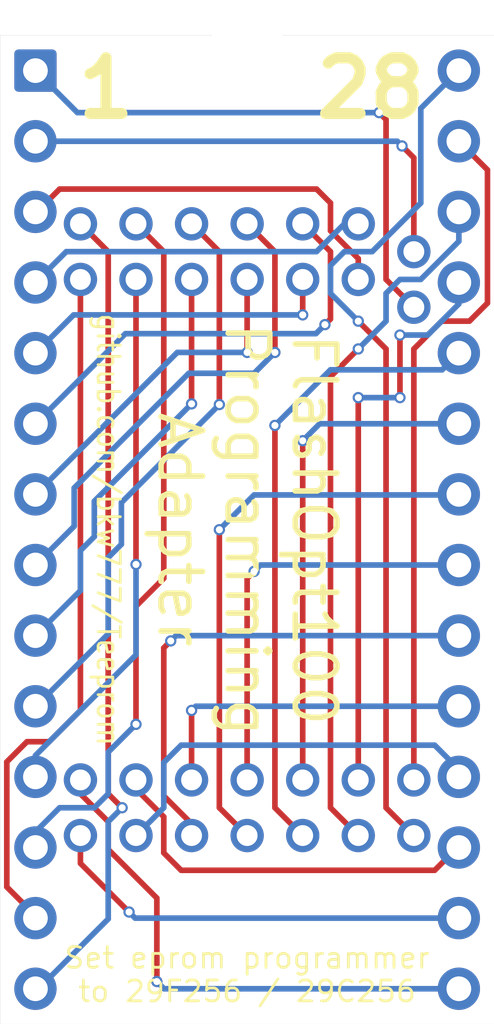
<source format=kicad_pcb>
(kicad_pcb (version 20171130) (host pcbnew 5.1.7-a382d34a8~87~ubuntu20.04.1)

  (general
    (thickness 1.6)
    (drawings 9)
    (tracks 194)
    (zones 0)
    (modules 3)
    (nets 29)
  )

  (page A4)
  (layers
    (0 Top signal)
    (31 Bottom signal)
    (32 B.Adhes user hide)
    (33 F.Adhes user hide)
    (34 B.Paste user hide)
    (35 F.Paste user hide)
    (36 B.SilkS user)
    (37 F.SilkS user)
    (38 B.Mask user)
    (39 F.Mask user)
    (40 Dwgs.User user)
    (41 Cmts.User user hide)
    (42 Eco1.User user hide)
    (43 Eco2.User user hide)
    (44 Edge.Cuts user)
    (45 Margin user hide)
    (46 B.CrtYd user hide)
    (47 F.CrtYd user hide)
    (48 B.Fab user hide)
    (49 F.Fab user hide)
  )

  (setup
    (last_trace_width 0.2032)
    (user_trace_width 0.2032)
    (user_trace_width 0.3048)
    (trace_clearance 0.1524)
    (zone_clearance 0.1524)
    (zone_45_only no)
    (trace_min 0.1524)
    (via_size 0.4064)
    (via_drill 0.254)
    (via_min_size 0.4064)
    (via_min_drill 0.254)
    (uvia_size 0.4064)
    (uvia_drill 0.254)
    (uvias_allowed no)
    (uvia_min_size 0.4064)
    (uvia_min_drill 0.254)
    (edge_width 0.01)
    (segment_width 0.2032)
    (pcb_text_width 0.254)
    (pcb_text_size 1.2192 1.2192)
    (mod_edge_width 0.1)
    (mod_text_size 0.4572 0.4572)
    (mod_text_width 0.0254)
    (pad_size 1.2 1.2)
    (pad_drill 0.75)
    (pad_to_mask_clearance 0)
    (aux_axis_origin 0 0)
    (grid_origin 147.2184 99.187)
    (visible_elements FFFFFF7F)
    (pcbplotparams
      (layerselection 0x010f0_ffffffff)
      (usegerberextensions false)
      (usegerberattributes false)
      (usegerberadvancedattributes false)
      (creategerberjobfile true)
      (excludeedgelayer true)
      (linewidth 0.100000)
      (plotframeref false)
      (viasonmask false)
      (mode 1)
      (useauxorigin false)
      (hpglpennumber 1)
      (hpglpenspeed 20)
      (hpglpendiameter 15.000000)
      (psnegative false)
      (psa4output false)
      (plotreference true)
      (plotvalue true)
      (plotinvisibletext false)
      (padsonsilk false)
      (subtractmaskfromsilk false)
      (outputformat 1)
      (mirror false)
      (drillshape 0)
      (scaleselection 1)
      (outputdirectory "Teeprom_GERBER"))
  )

  (net 0 "")
  (net 1 /D3)
  (net 2 /A10)
  (net 3 /D4)
  (net 4 /A7)
  (net 5 /D5)
  (net 6 /A6)
  (net 7 /D6)
  (net 8 /A5)
  (net 9 /D7)
  (net 10 /A4)
  (net 11 /A11)
  (net 12 /A3)
  (net 13 /~OE)
  (net 14 /A2)
  (net 15 /A13)
  (net 16 /A1)
  (net 17 /A0)
  (net 18 /A12)
  (net 19 /D0)
  (net 20 /A9)
  (net 21 /D1)
  (net 22 /A8)
  (net 23 /D2)
  (net 24 /~CE)
  (net 25 /A14)
  (net 26 /~WE)
  (net 27 VCC)
  (net 28 GND)

  (net_class Default "This is the default net class."
    (clearance 0.1524)
    (trace_width 0.1524)
    (via_dia 0.4064)
    (via_drill 0.254)
    (uvia_dia 0.4064)
    (uvia_drill 0.254)
    (diff_pair_width 0.1524)
    (diff_pair_gap 0.1524)
    (add_net /A0)
    (add_net /A1)
    (add_net /A10)
    (add_net /A11)
    (add_net /A12)
    (add_net /A13)
    (add_net /A14)
    (add_net /A2)
    (add_net /A3)
    (add_net /A4)
    (add_net /A5)
    (add_net /A6)
    (add_net /A7)
    (add_net /A8)
    (add_net /A9)
    (add_net /D0)
    (add_net /D1)
    (add_net /D2)
    (add_net /D3)
    (add_net /D4)
    (add_net /D5)
    (add_net /D6)
    (add_net /D7)
    (add_net /~CE)
    (add_net /~OE)
    (add_net /~WE)
    (add_net GND)
    (add_net VCC)
  )

  (module 000_LOCAL:IC_polarity_notch (layer Top) (tedit 5F934073) (tstamp 5F93B3E7)
    (at 147.2184 81.407)
    (fp_text reference notch (at 0 2) (layer F.SilkS) hide
      (effects (font (size 1 1) (thickness 0.12)))
    )
    (fp_text value IC_polarity_notch (at 0 -2) (layer F.Fab)
      (effects (font (size 4 4) (thickness 0.01)))
    )
    (pad "" np_thru_hole circle (at 0 0) (size 2.54 2.54) (drill 2.54) (layers *.Cu *.Mask))
  )

  (module 000_LOCAL:4x7_prg_2.0mm_male_straight (layer Top) (tedit 5F92FF97) (tstamp 5F9383D3)
    (at 147.2184 99.187 270)
    (descr "Through hole straight pin header, 2x07, 2.00mm pitch, double rows")
    (tags "Through hole pin header THT 2x07 2.00mm double row")
    (path /5FAC773B)
    (fp_text reference J2 (at 0 6 270 unlocked) (layer F.SilkS) hide
      (effects (font (size 1 1) (thickness 0.15)))
    )
    (fp_text value 29F256 (at 0 8 90) (layer F.Fab)
      (effects (font (size 1 1) (thickness 0.15)))
    )
    (fp_text user %R (at 0 6 90) (layer F.Fab)
      (effects (font (size 1 1) (thickness 0.15)))
    )
    (pad 21 thru_hole circle (at 9 0 270) (size 1.2 1.2) (drill 0.75) (layers *.Cu *.Mask)
      (net 2 /A10))
    (pad 28 thru_hole circle (at 11 -6 270) (size 1.2 1.2) (drill 0.75) (layers *.Cu *.Mask)
      (net 27 VCC))
    (pad 25 thru_hole circle (at 9 -4 270) (size 1.2 1.2) (drill 0.75) (layers *.Cu *.Mask)
      (net 22 /A8))
    (pad 26 thru_hole circle (at 11 -4 270) (size 1.2 1.2) (drill 0.75) (layers *.Cu *.Mask)
      (net 15 /A13))
    (pad 23 thru_hole circle (at 9 -2 270) (size 1.2 1.2) (drill 0.75) (layers *.Cu *.Mask)
      (net 11 /A11))
    (pad 24 thru_hole circle (at 11 -2 270) (size 1.2 1.2) (drill 0.75) (layers *.Cu *.Mask)
      (net 20 /A9))
    (pad 15 thru_hole circle (at 9 6 270) (size 1.2 1.2) (drill 0.75) (layers *.Cu *.Mask)
      (net 1 /D3))
    (pad 22 thru_hole circle (at 11 0 270) (size 1.2 1.2) (drill 0.75) (layers *.Cu *.Mask)
      (net 13 /~OE))
    (pad 16 thru_hole circle (at 11 6 270) (size 1.2 1.2) (drill 0.75) (layers *.Cu *.Mask)
      (net 3 /D4))
    (pad 27 thru_hole circle (at 9 -6 270) (size 1.2 1.2) (drill 0.75) (layers *.Cu *.Mask)
      (net 25 /A14))
    (pad 19 thru_hole circle (at 9 2 270) (size 1.2 1.2) (drill 0.75) (layers *.Cu *.Mask)
      (net 9 /D7))
    (pad 20 thru_hole circle (at 11 2 270) (size 1.2 1.2) (drill 0.75) (layers *.Cu *.Mask)
      (net 24 /~CE))
    (pad 17 thru_hole circle (at 9 4 270) (size 1.2 1.2) (drill 0.75) (layers *.Cu *.Mask)
      (net 5 /D5))
    (pad 18 thru_hole circle (at 11 4 270) (size 1.2 1.2) (drill 0.75) (layers *.Cu *.Mask)
      (net 7 /D6))
    (pad 13 thru_hole circle (at -9 6 270) (size 1.2 1.2) (drill 0.75) (layers *.Cu *.Mask)
      (net 23 /D2))
    (pad 14 thru_hole circle (at -11 6 270) (size 1.2 1.2) (drill 0.75) (layers *.Cu *.Mask)
      (net 28 GND))
    (pad 11 thru_hole circle (at -9 4 270) (size 1.2 1.2) (drill 0.75) (layers *.Cu *.Mask)
      (net 19 /D0))
    (pad 12 thru_hole circle (at -11 4 270) (size 1.2 1.2) (drill 0.75) (layers *.Cu *.Mask)
      (net 21 /D1))
    (pad 9 thru_hole circle (at -9 2 270) (size 1.2 1.2) (drill 0.75) (layers *.Cu *.Mask)
      (net 16 /A1))
    (pad 10 thru_hole circle (at -11 2 270) (size 1.2 1.2) (drill 0.75) (layers *.Cu *.Mask)
      (net 17 /A0))
    (pad 7 thru_hole circle (at -9 0 270) (size 1.2 1.2) (drill 0.75) (layers *.Cu *.Mask)
      (net 12 /A3))
    (pad 8 thru_hole circle (at -11 0 270) (size 1.2 1.2) (drill 0.75) (layers *.Cu *.Mask)
      (net 14 /A2))
    (pad 5 thru_hole circle (at -9 -2 270) (size 1.2 1.2) (drill 0.75) (layers *.Cu *.Mask)
      (net 8 /A5))
    (pad 6 thru_hole circle (at -11 -2 270) (size 1.2 1.2) (drill 0.75) (layers *.Cu *.Mask)
      (net 10 /A4))
    (pad 3 thru_hole circle (at -9 -4 270) (size 1.2 1.2) (drill 0.75) (layers *.Cu *.Mask)
      (net 4 /A7))
    (pad 4 thru_hole circle (at -11 -4 270) (size 1.2 1.2) (drill 0.75) (layers *.Cu *.Mask)
      (net 6 /A6))
    (pad 1 thru_hole circle (at -8 -6 270) (size 1.2 1.2) (drill 0.75) (layers *.Cu *.Mask)
      (net 26 /~WE))
    (pad 2 thru_hole circle (at -10 -6 270) (size 1.2 1.2) (drill 0.75) (layers *.Cu *.Mask)
      (net 18 /A12))
    (model ${KIPRJMOD}/000_LOCAL.pretty/3d/PinHeader_2x07_P2.00mm_Vertical.step
      (offset (xyz 9 6 0))
      (scale (xyz 1 1 1))
      (rotate (xyz 0 0 0))
    )
    (model ${KIPRJMOD}/000_LOCAL.pretty/3d/PinHeader_2x06_P2.00mm_Vertical.step
      (offset (xyz -11 4 0))
      (scale (xyz 1 1 1))
      (rotate (xyz 0 0 0))
    )
    (model ${KIPRJMOD}/000_LOCAL.pretty/3d/PinHeader_2x01_P2.00mm_Vertical.step
      (offset (xyz -10 6 0))
      (scale (xyz 1 1 1))
      (rotate (xyz 0 0 0))
    )
  )

  (module 000_LOCAL:DIP-28_600 (layer Top) (tedit 5F931F52) (tstamp 5F9383B2)
    (at 147.2184 99.187)
    (descr "28-lead dip, row spacing 600 mils")
    (tags "DIL DIP PDIP 2.54mm 600 mil")
    (path /5F9489CC)
    (fp_text reference J1 (at -3.81 -16.51) (layer F.SilkS) hide
      (effects (font (size 1 1) (thickness 0.15)))
    )
    (fp_text value 29F256 (at 0 19.05) (layer F.Fab)
      (effects (font (size 1 1) (thickness 0.15)))
    )
    (fp_text user %R (at -3.81 -16.51) (layer F.Fab)
      (effects (font (size 1 1) (thickness 0.15)))
    )
    (pad 1 thru_hole roundrect (at -7.62 -16.51) (size 1.524 1.524) (drill 0.889) (layers *.Cu *.Mask) (roundrect_rratio 0.1)
      (net 26 /~WE))
    (pad 2 thru_hole circle (at -7.62 -13.97) (size 1.524 1.524) (drill 0.889) (layers *.Cu *.Mask)
      (net 18 /A12))
    (pad 3 thru_hole circle (at -7.62 -11.43) (size 1.524 1.524) (drill 0.889) (layers *.Cu *.Mask)
      (net 4 /A7))
    (pad 15 thru_hole circle (at 7.62 16.51) (size 1.524 1.524) (drill 0.889) (layers *.Cu *.Mask)
      (net 1 /D3))
    (pad 4 thru_hole circle (at -7.62 -8.89) (size 1.524 1.524) (drill 0.889) (layers *.Cu *.Mask)
      (net 6 /A6))
    (pad 16 thru_hole circle (at 7.62 13.97) (size 1.524 1.524) (drill 0.889) (layers *.Cu *.Mask)
      (net 3 /D4))
    (pad 5 thru_hole circle (at -7.62 -6.35) (size 1.524 1.524) (drill 0.889) (layers *.Cu *.Mask)
      (net 8 /A5))
    (pad 17 thru_hole circle (at 7.62 11.43) (size 1.524 1.524) (drill 0.889) (layers *.Cu *.Mask)
      (net 5 /D5))
    (pad 6 thru_hole circle (at -7.62 -3.81) (size 1.524 1.524) (drill 0.889) (layers *.Cu *.Mask)
      (net 10 /A4))
    (pad 18 thru_hole circle (at 7.62 8.89) (size 1.524 1.524) (drill 0.889) (layers *.Cu *.Mask)
      (net 7 /D6))
    (pad 7 thru_hole circle (at -7.62 -1.27) (size 1.524 1.524) (drill 0.889) (layers *.Cu *.Mask)
      (net 12 /A3))
    (pad 19 thru_hole circle (at 7.62 6.35) (size 1.524 1.524) (drill 0.889) (layers *.Cu *.Mask)
      (net 9 /D7))
    (pad 8 thru_hole circle (at -7.62 1.27) (size 1.524 1.524) (drill 0.889) (layers *.Cu *.Mask)
      (net 14 /A2))
    (pad 20 thru_hole circle (at 7.62 3.81) (size 1.524 1.524) (drill 0.889) (layers *.Cu *.Mask)
      (net 24 /~CE))
    (pad 9 thru_hole circle (at -7.62 3.81) (size 1.524 1.524) (drill 0.889) (layers *.Cu *.Mask)
      (net 16 /A1))
    (pad 21 thru_hole circle (at 7.62 1.27) (size 1.524 1.524) (drill 0.889) (layers *.Cu *.Mask)
      (net 2 /A10))
    (pad 10 thru_hole circle (at -7.62 6.35) (size 1.524 1.524) (drill 0.889) (layers *.Cu *.Mask)
      (net 17 /A0))
    (pad 22 thru_hole circle (at 7.62 -1.27) (size 1.524 1.524) (drill 0.889) (layers *.Cu *.Mask)
      (net 13 /~OE))
    (pad 11 thru_hole circle (at -7.62 8.89) (size 1.524 1.524) (drill 0.889) (layers *.Cu *.Mask)
      (net 19 /D0))
    (pad 23 thru_hole circle (at 7.62 -3.81) (size 1.524 1.524) (drill 0.889) (layers *.Cu *.Mask)
      (net 11 /A11))
    (pad 12 thru_hole circle (at -7.62 11.43) (size 1.524 1.524) (drill 0.889) (layers *.Cu *.Mask)
      (net 21 /D1))
    (pad 24 thru_hole circle (at 7.62 -6.35) (size 1.524 1.524) (drill 0.889) (layers *.Cu *.Mask)
      (net 20 /A9))
    (pad 13 thru_hole circle (at -7.62 13.97) (size 1.524 1.524) (drill 0.889) (layers *.Cu *.Mask)
      (net 23 /D2))
    (pad 25 thru_hole circle (at 7.62 -8.89) (size 1.524 1.524) (drill 0.889) (layers *.Cu *.Mask)
      (net 22 /A8))
    (pad 14 thru_hole circle (at -7.62 16.51) (size 1.524 1.524) (drill 0.889) (layers *.Cu *.Mask)
      (net 28 GND))
    (pad 26 thru_hole circle (at 7.62 -11.43) (size 1.524 1.524) (drill 0.889) (layers *.Cu *.Mask)
      (net 15 /A13))
    (pad 27 thru_hole circle (at 7.62 -13.97) (size 1.524 1.524) (drill 0.889) (layers *.Cu *.Mask)
      (net 25 /A14))
    (pad 28 thru_hole circle (at 7.62 -16.51) (size 1.524 1.524) (drill 0.889) (layers *.Cu *.Mask)
      (net 27 VCC))
    (model ${KIPRJMOD}/000_LOCAL.pretty/3d/PinHeader_1x14_P2.54mm_Vertical.step
      (offset (xyz 7.62 16.51 -1.7272))
      (scale (xyz 1 1 1))
      (rotate (xyz 0 180 0))
    )
    (model ${KIPRJMOD}/000_LOCAL.pretty/3d/PinHeader_1x14_P2.54mm_Vertical.step
      (offset (xyz -7.62 16.51 -1.7272))
      (scale (xyz 1 1 1))
      (rotate (xyz 0 -180 0))
    )
  )

  (gr_text "Set eprom programmer\nto 29F256 / 29C256" (at 147.2184 115.187) (layer F.SilkS)
    (effects (font (size 0.75 0.75) (thickness 0.1)))
  )
  (gr_text github.com/bkw777/Teeprom (at 142.2184 99.187 -90) (layer F.SilkS)
    (effects (font (size 0.8 0.7) (thickness 0.1)))
  )
  (gr_text "FlashOpt100\nProgramming\nAdapter" (at 147.2184 99.187 -90) (layer F.SilkS)
    (effects (font (size 1.5 1.5) (thickness 0.2)))
  )
  (gr_text 28 (at 151.6634 83.312) (layer F.SilkS) (tstamp 5F9387A1)
    (effects (font (size 2 2) (thickness 0.4)))
  )
  (gr_text 1 (at 142.1384 83.312) (layer F.SilkS)
    (effects (font (size 2 2) (thickness 0.4)))
  )
  (gr_line (start 156.1084 116.967) (end 138.3284 116.967) (layer Edge.Cuts) (width 0.01) (tstamp 5F9385B8))
  (gr_line (start 156.1084 81.407) (end 156.1084 116.967) (layer Edge.Cuts) (width 0.01))
  (gr_line (start 138.3284 81.407) (end 156.1084 81.407) (layer Edge.Cuts) (width 0.01))
  (gr_line (start 138.3284 116.967) (end 138.3284 81.407) (layer Edge.Cuts) (width 0.01))

  (segment (start 144.2284 115.697) (end 143.9684 115.437) (width 0.2032) (layer Bottom) (net 1))
  (segment (start 154.8384 115.697) (end 144.2284 115.697) (width 0.2032) (layer Bottom) (net 1))
  (via (at 143.9684 115.437) (size 0.4064) (drill 0.254) (layers Top Bottom) (net 1))
  (segment (start 141.2184 108.687) (end 141.2184 108.187) (width 0.2032) (layer Top) (net 1))
  (segment (start 142.2184 109.687) (end 141.2184 108.687) (width 0.2032) (layer Top) (net 1))
  (segment (start 142.2184 110.687) (end 142.2184 109.687) (width 0.2032) (layer Top) (net 1))
  (segment (start 143.9684 112.437) (end 142.2184 110.687) (width 0.2032) (layer Top) (net 1))
  (segment (start 143.9684 115.437) (end 143.9684 112.437) (width 0.2032) (layer Top) (net 1))
  (segment (start 147.6984 100.457) (end 154.8384 100.457) (width 0.2032) (layer Bottom) (net 2))
  (segment (start 147.4684 100.687) (end 147.6984 100.457) (width 0.2032) (layer Bottom) (net 2))
  (segment (start 147.2184 108.187) (end 147.2184 100.937) (width 0.2032) (layer Top) (net 2))
  (segment (start 147.2184 100.937) (end 147.4684 100.687) (width 0.2032) (layer Top) (net 2))
  (via (at 147.4684 100.687) (size 0.4064) (drill 0.254) (layers Top Bottom) (net 2))
  (segment (start 142.9684 112.937) (end 143.1884 113.157) (width 0.2032) (layer Bottom) (net 3))
  (segment (start 143.1884 113.157) (end 154.8384 113.157) (width 0.2032) (layer Bottom) (net 3))
  (segment (start 141.2184 111.187) (end 142.9684 112.937) (width 0.2032) (layer Top) (net 3))
  (segment (start 141.2184 110.187) (end 141.2184 111.187) (width 0.2032) (layer Top) (net 3))
  (via (at 142.9684 112.937) (size 0.4064) (drill 0.254) (layers Top Bottom) (net 3))
  (segment (start 151.2184 89.437) (end 151.2184 90.187) (width 0.2032) (layer Top) (net 4))
  (segment (start 150.2184 88.437) (end 151.2184 89.437) (width 0.2032) (layer Top) (net 4))
  (segment (start 150.2184 87.437) (end 150.2184 88.437) (width 0.2032) (layer Top) (net 4))
  (segment (start 149.7184 86.937) (end 150.2184 87.437) (width 0.2032) (layer Top) (net 4))
  (segment (start 140.4684 86.937) (end 149.7184 86.937) (width 0.2032) (layer Top) (net 4))
  (segment (start 139.6484 87.757) (end 140.4684 86.937) (width 0.2032) (layer Top) (net 4))
  (segment (start 139.5984 87.757) (end 139.6484 87.757) (width 0.2032) (layer Top) (net 4))
  (segment (start 143.2184 108.512) (end 143.2184 108.187) (width 0.2032) (layer Top) (net 5))
  (segment (start 144.2184 109.512) (end 143.2184 108.512) (width 0.2032) (layer Top) (net 5))
  (segment (start 144.2184 110.812) (end 144.2184 109.512) (width 0.2032) (layer Top) (net 5))
  (segment (start 144.8434 111.437) (end 144.2184 110.812) (width 0.2032) (layer Top) (net 5))
  (segment (start 153.9684 111.437) (end 144.8434 111.437) (width 0.2032) (layer Top) (net 5))
  (segment (start 154.7884 110.617) (end 153.9684 111.437) (width 0.2032) (layer Top) (net 5))
  (segment (start 154.8384 110.617) (end 154.7884 110.617) (width 0.2032) (layer Top) (net 5))
  (segment (start 139.5984 90.297) (end 139.5784 90.297) (width 0.2032) (layer Top) (net 6))
  (segment (start 150.7184 88.187) (end 151.2184 88.187) (width 0.2032) (layer Bottom) (net 6))
  (segment (start 149.7184 89.187) (end 150.7184 88.187) (width 0.2032) (layer Bottom) (net 6))
  (segment (start 140.7084 89.187) (end 149.7184 89.187) (width 0.2032) (layer Bottom) (net 6))
  (segment (start 139.5984 90.297) (end 140.7084 89.187) (width 0.2032) (layer Bottom) (net 6))
  (segment (start 154.8384 108.077) (end 155.1084 108.077) (width 0.2032) (layer Top) (net 7))
  (segment (start 144.2184 109.187) (end 143.2184 110.187) (width 0.2032) (layer Bottom) (net 7))
  (segment (start 144.2184 107.562) (end 144.2184 109.187) (width 0.2032) (layer Bottom) (net 7))
  (segment (start 144.8434 106.937) (end 144.2184 107.562) (width 0.2032) (layer Bottom) (net 7))
  (segment (start 153.9684 106.937) (end 144.8434 106.937) (width 0.2032) (layer Bottom) (net 7))
  (segment (start 154.8384 107.807) (end 153.9684 106.937) (width 0.2032) (layer Bottom) (net 7))
  (segment (start 154.8384 108.077) (end 154.8384 107.807) (width 0.2032) (layer Bottom) (net 7))
  (segment (start 149.2184 91.462) (end 149.2184 90.187) (width 0.2032) (layer Top) (net 8))
  (via (at 149.2184 91.462) (size 0.4064) (drill 0.254) (layers Top Bottom) (net 8))
  (segment (start 140.9734 91.462) (end 139.5984 92.837) (width 0.2032) (layer Bottom) (net 8))
  (segment (start 149.2184 91.462) (end 140.9734 91.462) (width 0.2032) (layer Bottom) (net 8))
  (segment (start 154.8384 105.537) (end 145.3684 105.537) (width 0.2032) (layer Bottom) (net 9))
  (segment (start 145.3684 105.537) (end 145.2184 105.687) (width 0.2032) (layer Bottom) (net 9))
  (segment (start 145.2184 105.687) (end 145.2184 105.687) (width 0.2032) (layer Bottom) (net 9) (tstamp 5F938994))
  (via (at 145.2184 105.687) (size 0.4064) (drill 0.254) (layers Top Bottom) (net 9))
  (segment (start 145.2184 105.687) (end 145.2184 108.187) (width 0.2032) (layer Top) (net 9))
  (via (at 150.0184 91.812) (size 0.4064) (drill 0.254) (layers Top Bottom) (net 10))
  (segment (start 150.2184 89.187) (end 149.2184 88.187) (width 0.2032) (layer Top) (net 10))
  (segment (start 150.2184 91.612) (end 150.2184 89.187) (width 0.2032) (layer Top) (net 10))
  (segment (start 150.0184 91.812) (end 150.2184 91.612) (width 0.2032) (layer Top) (net 10))
  (segment (start 141.2884 93.687) (end 139.5984 95.377) (width 0.2032) (layer Bottom) (net 10))
  (segment (start 149.6934 92.137) (end 142.8384 92.137) (width 0.2032) (layer Bottom) (net 10))
  (segment (start 142.8384 92.137) (end 141.2884 93.687) (width 0.2032) (layer Bottom) (net 10))
  (segment (start 150.0184 91.812) (end 149.6934 92.137) (width 0.2032) (layer Bottom) (net 10))
  (segment (start 149.2184 108.187) (end 149.2184 95.987) (width 0.2032) (layer Top) (net 11))
  (segment (start 149.8284 95.377) (end 154.8384 95.377) (width 0.2032) (layer Bottom) (net 11))
  (segment (start 149.2184 95.987) (end 149.8284 95.377) (width 0.2032) (layer Bottom) (net 11))
  (via (at 149.2184 95.987) (size 0.4064) (drill 0.254) (layers Top Bottom) (net 11))
  (segment (start 147.2184 92.812) (end 147.2184 90.187) (width 0.2032) (layer Top) (net 12))
  (via (at 147.2184 92.812) (size 0.4064) (drill 0.254) (layers Top Bottom) (net 12))
  (segment (start 143.0784 94.437) (end 139.5984 97.917) (width 0.2032) (layer Bottom) (net 12))
  (segment (start 144.7034 92.812) (end 143.0784 94.437) (width 0.2032) (layer Bottom) (net 12))
  (segment (start 147.2184 92.812) (end 144.7034 92.812) (width 0.2032) (layer Bottom) (net 12))
  (segment (start 146.2184 99.187) (end 146.2184 109.187) (width 0.2032) (layer Top) (net 13))
  (segment (start 154.8184 97.937) (end 154.8384 97.917) (width 0.2032) (layer Bottom) (net 13))
  (segment (start 146.2184 109.187) (end 147.2184 110.187) (width 0.2032) (layer Top) (net 13))
  (segment (start 147.4684 97.937) (end 154.8184 97.937) (width 0.2032) (layer Bottom) (net 13))
  (segment (start 146.2184 99.187) (end 147.4684 97.937) (width 0.2032) (layer Bottom) (net 13))
  (via (at 146.2184 99.187) (size 0.4064) (drill 0.254) (layers Top Bottom) (net 13))
  (segment (start 148.2184 89.187) (end 147.2184 88.187) (width 0.2032) (layer Top) (net 14))
  (segment (start 148.2184 92.812) (end 148.2184 89.187) (width 0.2032) (layer Top) (net 14))
  (via (at 148.2184 92.812) (size 0.4064) (drill 0.254) (layers Top Bottom) (net 14))
  (segment (start 140.9934 99.062) (end 139.5984 100.457) (width 0.2032) (layer Bottom) (net 14))
  (segment (start 140.9934 97.687) (end 140.9934 99.062) (width 0.2032) (layer Bottom) (net 14))
  (segment (start 147.4684 93.562) (end 145.1184 93.562) (width 0.2032) (layer Bottom) (net 14))
  (segment (start 145.1184 93.562) (end 140.9934 97.687) (width 0.2032) (layer Bottom) (net 14))
  (segment (start 148.2184 92.812) (end 147.4684 93.562) (width 0.2032) (layer Bottom) (net 14))
  (segment (start 150.2184 109.187) (end 151.2184 110.187) (width 0.2032) (layer Top) (net 15))
  (segment (start 150.2184 93.687) (end 150.2184 109.187) (width 0.2032) (layer Top) (net 15))
  (segment (start 151.2184 92.687) (end 150.2184 93.687) (width 0.2032) (layer Top) (net 15))
  (via (at 151.2184 92.687) (size 0.4064) (drill 0.254) (layers Top Bottom) (net 15))
  (segment (start 153.4684 90.187) (end 154.8384 88.817) (width 0.2032) (layer Bottom) (net 15))
  (segment (start 152.7184 90.187) (end 153.4684 90.187) (width 0.2032) (layer Bottom) (net 15))
  (segment (start 152.2184 90.687) (end 152.7184 90.187) (width 0.2032) (layer Bottom) (net 15))
  (segment (start 154.8384 88.817) (end 154.8384 87.757) (width 0.2032) (layer Bottom) (net 15))
  (segment (start 152.2184 91.687) (end 152.2184 90.687) (width 0.2032) (layer Bottom) (net 15))
  (segment (start 151.2184 92.687) (end 152.2184 91.687) (width 0.2032) (layer Bottom) (net 15))
  (segment (start 145.2184 94.662) (end 145.2184 90.187) (width 0.2032) (layer Top) (net 16))
  (via (at 145.2184 94.662) (size 0.4064) (drill 0.254) (layers Top Bottom) (net 16))
  (segment (start 141.2184 101.377) (end 139.5984 102.997) (width 0.2032) (layer Bottom) (net 16))
  (segment (start 141.2184 99.937) (end 141.2184 101.377) (width 0.2032) (layer Bottom) (net 16))
  (segment (start 141.7184 99.437) (end 141.2184 99.937) (width 0.2032) (layer Bottom) (net 16))
  (segment (start 141.7184 98.162) (end 141.7184 99.437) (width 0.2032) (layer Bottom) (net 16))
  (segment (start 145.2184 94.662) (end 141.7184 98.162) (width 0.2032) (layer Bottom) (net 16))
  (segment (start 148.2184 97.937) (end 148.2184 97.937) (width 0.2032) (layer Top) (net 20) (tstamp 5F938D13))
  (segment (start 153.2184 85.812) (end 153.2184 89.187) (width 0.2032) (layer Top) (net 18))
  (segment (start 152.7934 85.387) (end 153.2184 85.812) (width 0.2032) (layer Top) (net 18))
  (segment (start 152.7934 85.387) (end 152.6234 85.217) (width 0.2032) (layer Bottom) (net 18))
  (segment (start 152.6234 85.217) (end 139.5984 85.217) (width 0.2032) (layer Bottom) (net 18))
  (via (at 152.7934 85.387) (size 0.4064) (drill 0.254) (layers Top Bottom) (net 18))
  (segment (start 146.2184 89.187) (end 145.2184 88.187) (width 0.2032) (layer Top) (net 17))
  (segment (start 146.2184 94.687) (end 146.2184 89.187) (width 0.2032) (layer Top) (net 17))
  (via (at 146.2184 94.687) (size 0.4064) (drill 0.254) (layers Top Bottom) (net 17))
  (segment (start 139.6184 105.537) (end 139.5984 105.537) (width 0.2032) (layer Bottom) (net 17))
  (segment (start 142.2184 100.187) (end 142.2184 102.937) (width 0.2032) (layer Bottom) (net 17))
  (segment (start 142.6934 99.712) (end 142.2184 100.187) (width 0.2032) (layer Bottom) (net 17))
  (segment (start 142.6934 98.212) (end 142.6934 99.712) (width 0.2032) (layer Bottom) (net 17))
  (segment (start 142.2184 102.937) (end 139.6184 105.537) (width 0.2032) (layer Bottom) (net 17))
  (segment (start 146.2184 94.687) (end 142.6934 98.212) (width 0.2032) (layer Bottom) (net 17))
  (segment (start 143.2184 100.437) (end 143.2184 100.437) (width 0.2032) (layer Bottom) (net 19) (tstamp 5F939E59))
  (via (at 143.2184 100.437) (size 0.4064) (drill 0.254) (layers Top Bottom) (net 19))
  (segment (start 143.2184 100.437) (end 143.2184 90.187) (width 0.2032) (layer Top) (net 19))
  (segment (start 143.2184 103.687) (end 143.2184 100.437) (width 0.2032) (layer Bottom) (net 19))
  (segment (start 139.5984 107.307) (end 143.2184 103.687) (width 0.2032) (layer Bottom) (net 19))
  (segment (start 139.5984 108.077) (end 139.5984 107.307) (width 0.2032) (layer Bottom) (net 19))
  (segment (start 148.2184 109.187) (end 149.2184 110.187) (width 0.2032) (layer Top) (net 20))
  (segment (start 154.2384 93.437) (end 154.8384 92.837) (width 0.2032) (layer Bottom) (net 20))
  (segment (start 150.2184 93.437) (end 154.2384 93.437) (width 0.2032) (layer Bottom) (net 20))
  (segment (start 148.2184 95.437) (end 150.2184 93.437) (width 0.2032) (layer Bottom) (net 20))
  (segment (start 148.2184 95.437) (end 148.2184 109.187) (width 0.2032) (layer Top) (net 20))
  (via (at 148.2184 95.437) (size 0.4064) (drill 0.254) (layers Top Bottom) (net 20))
  (via (at 143.2184 106.187) (size 0.4064) (drill 0.254) (layers Top Bottom) (net 21))
  (segment (start 142.2184 107.187) (end 143.2184 106.187) (width 0.2032) (layer Bottom) (net 21))
  (segment (start 142.2184 108.687) (end 142.2184 107.187) (width 0.2032) (layer Bottom) (net 21))
  (segment (start 141.7184 109.187) (end 142.2184 108.687) (width 0.2032) (layer Bottom) (net 21))
  (segment (start 140.4684 109.187) (end 141.7184 109.187) (width 0.2032) (layer Bottom) (net 21))
  (segment (start 139.5984 110.057) (end 140.4684 109.187) (width 0.2032) (layer Bottom) (net 21))
  (segment (start 139.5984 110.617) (end 139.5984 110.057) (width 0.2032) (layer Bottom) (net 21))
  (segment (start 144.2184 89.187) (end 143.2184 88.187) (width 0.2032) (layer Top) (net 21))
  (segment (start 144.2184 100.937) (end 144.2184 89.187) (width 0.2032) (layer Top) (net 21))
  (segment (start 143.2184 101.937) (end 144.2184 100.937) (width 0.2032) (layer Top) (net 21))
  (segment (start 143.2184 106.187) (end 143.2184 101.937) (width 0.2032) (layer Top) (net 21))
  (segment (start 154.8384 91.067) (end 154.8384 90.297) (width 0.2032) (layer Bottom) (net 22))
  (segment (start 153.7184 92.187) (end 154.8384 91.067) (width 0.2032) (layer Bottom) (net 22))
  (segment (start 152.7184 92.187) (end 153.7184 92.187) (width 0.2032) (layer Bottom) (net 22))
  (via (at 152.7184 92.187) (size 0.4064) (drill 0.254) (layers Top Bottom) (net 22))
  (segment (start 152.7184 92.187) (end 152.7184 94.437) (width 0.2032) (layer Top) (net 22))
  (via (at 152.7184 94.437) (size 0.4064) (drill 0.254) (layers Top Bottom) (net 22))
  (segment (start 151.2184 94.437) (end 152.7184 94.437) (width 0.2032) (layer Bottom) (net 22))
  (segment (start 151.2184 108.187) (end 151.2184 94.437) (width 0.2032) (layer Top) (net 22))
  (via (at 151.2184 94.437) (size 0.4064) (drill 0.254) (layers Top Bottom) (net 22))
  (segment (start 141.2184 105.687) (end 141.2184 90.187) (width 0.2032) (layer Top) (net 23))
  (segment (start 140.0934 106.812) (end 141.2184 105.687) (width 0.2032) (layer Top) (net 23))
  (segment (start 139.2934 106.812) (end 140.0934 106.812) (width 0.2032) (layer Top) (net 23))
  (segment (start 138.5684 107.537) (end 139.2934 106.812) (width 0.2032) (layer Top) (net 23))
  (segment (start 138.5684 112.037) (end 138.5684 107.537) (width 0.2032) (layer Top) (net 23))
  (segment (start 139.5984 113.067) (end 138.5684 112.037) (width 0.2032) (layer Top) (net 23))
  (segment (start 139.5984 113.157) (end 139.5984 113.067) (width 0.2032) (layer Top) (net 23))
  (segment (start 144.6584 102.997) (end 154.8384 102.997) (width 0.2032) (layer Bottom) (net 24))
  (segment (start 144.4684 103.187) (end 144.6584 102.997) (width 0.2032) (layer Bottom) (net 24))
  (via (at 144.4684 103.187) (size 0.4064) (drill 0.254) (layers Top Bottom) (net 24))
  (segment (start 144.2184 108.762) (end 145.2184 109.762) (width 0.2032) (layer Top) (net 24))
  (segment (start 144.2184 103.437) (end 144.2184 108.762) (width 0.2032) (layer Top) (net 24))
  (segment (start 145.2184 109.762) (end 145.2184 110.187) (width 0.2032) (layer Top) (net 24))
  (segment (start 144.4684 103.187) (end 144.2184 103.437) (width 0.2032) (layer Top) (net 24))
  (segment (start 155.8684 86.247) (end 154.8384 85.217) (width 0.2032) (layer Top) (net 25))
  (segment (start 155.8684 91.037) (end 155.8684 86.247) (width 0.2032) (layer Top) (net 25))
  (segment (start 155.2184 91.687) (end 155.8684 91.037) (width 0.2032) (layer Top) (net 25))
  (segment (start 154.2184 91.687) (end 155.2184 91.687) (width 0.2032) (layer Top) (net 25))
  (segment (start 153.2184 92.687) (end 154.2184 91.687) (width 0.2032) (layer Top) (net 25))
  (segment (start 153.2184 108.187) (end 153.2184 92.687) (width 0.2032) (layer Top) (net 25))
  (segment (start 152.2184 90.187) (end 153.2184 91.187) (width 0.2032) (layer Top) (net 26))
  (segment (start 151.9684 84.187) (end 152.2184 84.437) (width 0.2032) (layer Top) (net 26))
  (segment (start 152.2184 84.437) (end 152.2184 90.187) (width 0.2032) (layer Top) (net 26))
  (via (at 151.9684 84.187) (size 0.4064) (drill 0.254) (layers Top Bottom) (net 26))
  (segment (start 141.1084 84.187) (end 139.5984 82.677) (width 0.2032) (layer Bottom) (net 26))
  (segment (start 151.9684 84.187) (end 141.1084 84.187) (width 0.2032) (layer Bottom) (net 26))
  (segment (start 152.2184 92.687) (end 152.2184 109.187) (width 0.2032) (layer Top) (net 27))
  (segment (start 151.2184 91.687) (end 152.2184 92.687) (width 0.2032) (layer Top) (net 27))
  (segment (start 152.2184 109.187) (end 153.2184 110.187) (width 0.2032) (layer Top) (net 27))
  (via (at 151.2184 91.687) (size 0.4064) (drill 0.254) (layers Top Bottom) (net 27))
  (segment (start 153.4684 84.037) (end 154.8284 82.677) (width 0.2032) (layer Bottom) (net 27))
  (segment (start 153.4684 87.437) (end 153.4684 84.037) (width 0.2032) (layer Bottom) (net 27))
  (segment (start 151.7184 89.187) (end 153.4684 87.437) (width 0.2032) (layer Bottom) (net 27))
  (segment (start 150.7184 89.187) (end 151.7184 89.187) (width 0.2032) (layer Bottom) (net 27))
  (segment (start 154.8284 82.677) (end 154.8384 82.677) (width 0.2032) (layer Bottom) (net 27))
  (segment (start 150.2184 89.687) (end 150.7184 89.187) (width 0.2032) (layer Bottom) (net 27))
  (segment (start 150.2184 90.687) (end 150.2184 89.687) (width 0.2032) (layer Bottom) (net 27))
  (segment (start 151.2184 91.687) (end 150.2184 90.687) (width 0.2032) (layer Bottom) (net 27))
  (segment (start 142.2184 89.187) (end 141.2184 88.187) (width 0.2032) (layer Top) (net 28))
  (segment (start 142.7184 109.187) (end 142.2184 108.687) (width 0.2032) (layer Top) (net 28))
  (segment (start 139.7084 115.697) (end 139.5984 115.697) (width 0.2032) (layer Bottom) (net 28))
  (segment (start 142.2184 113.187) (end 139.7084 115.697) (width 0.2032) (layer Bottom) (net 28))
  (segment (start 142.2184 109.687) (end 142.2184 113.187) (width 0.2032) (layer Bottom) (net 28))
  (segment (start 142.7184 109.187) (end 142.2184 109.687) (width 0.2032) (layer Bottom) (net 28))
  (segment (start 142.2184 108.687) (end 142.2184 89.187) (width 0.2032) (layer Top) (net 28))
  (via (at 142.7184 109.187) (size 0.4064) (drill 0.254) (layers Top Bottom) (net 28))

)

</source>
